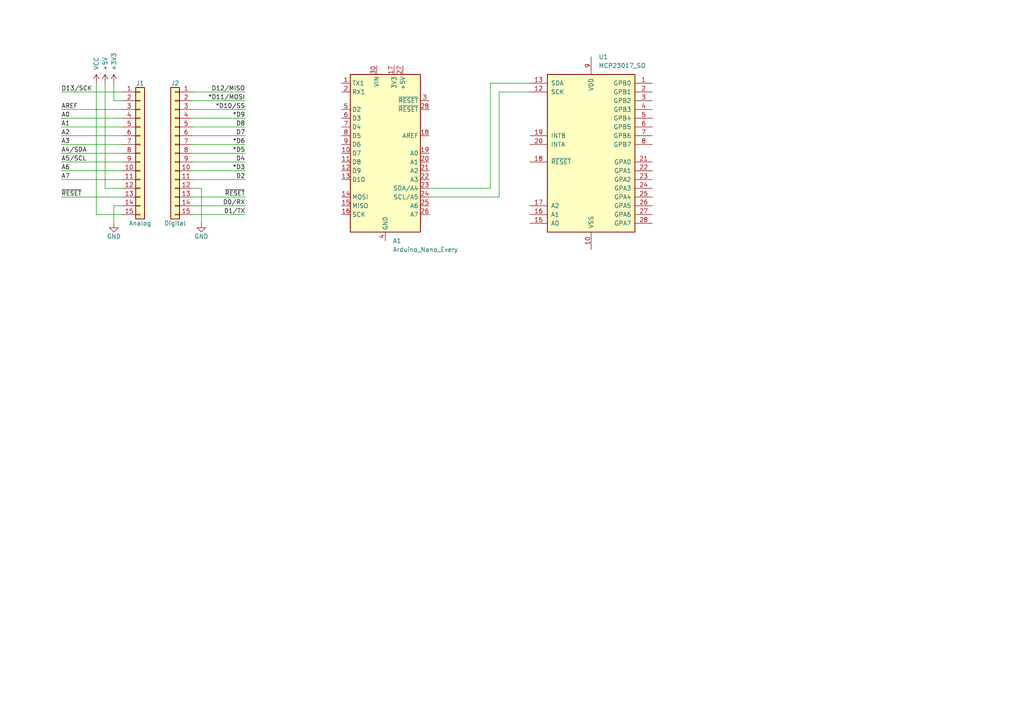
<source format=kicad_sch>
(kicad_sch (version 20250114) (generator "eeschema") (generator_version "9.0")
  (paper "A4")
  (title_block (date "sam. 04 avril 2015"))
  (lib_symbols
    (symbol "Connector_Generic:Conn_01x15" (pin_names (offset 1.016) (hide yes))
      (property "Reference" "J" (at 0 20.32 0))
      (property "Value" "Conn_01x15" (at 0 -20.32 0))
      (symbol "Conn_01x15_1_1"
        (rectangle (start -1.27 19.05) (end 1.27 -19.05) (stroke (width 0.254)) (fill (type background)))
        (rectangle (start -1.27 17.907) (end 0 17.653) (stroke (width 0.1524)))
        (rectangle (start -1.27 15.367) (end 0 15.113) (stroke (width 0.1524)))
        (rectangle (start -1.27 12.827) (end 0 12.573) (stroke (width 0.1524)))
        (rectangle (start -1.27 10.287) (end 0 10.033) (stroke (width 0.1524)))
        (rectangle (start -1.27 7.747) (end 0 7.493) (stroke (width 0.1524)))
        (rectangle (start -1.27 5.207) (end 0 4.953) (stroke (width 0.1524)))
        (rectangle (start -1.27 2.667) (end 0 2.413) (stroke (width 0.1524)))
        (rectangle (start -1.27 0.127) (end 0 -0.127) (stroke (width 0.1524)))
        (rectangle (start -1.27 -2.413) (end 0 -2.667) (stroke (width 0.1524)))
        (rectangle (start -1.27 -4.953) (end 0 -5.207) (stroke (width 0.1524)))
        (rectangle (start -1.27 -7.493) (end 0 -7.747) (stroke (width 0.1524)))
        (rectangle (start -1.27 -10.033) (end 0 -10.287) (stroke (width 0.1524)))
        (rectangle (start -1.27 -12.573) (end 0 -12.827) (stroke (width 0.1524)))
        (rectangle (start -1.27 -15.113) (end 0 -15.367) (stroke (width 0.1524)))
        (rectangle (start -1.27 -17.653) (end 0 -17.907) (stroke (width 0.1524)))
        (pin passive line (at -5.08 17.78 0) (length 3.81) (name "Pin_1") (number "1"))
        (pin passive line (at -5.08 15.24 0) (length 3.81) (name "Pin_2") (number "2"))
        (pin passive line (at -5.08 12.7 0) (length 3.81) (name "Pin_3") (number "3"))
        (pin passive line (at -5.08 10.16 0) (length 3.81) (name "Pin_4") (number "4"))
        (pin passive line (at -5.08 7.62 0) (length 3.81) (name "Pin_5") (number "5"))
        (pin passive line (at -5.08 5.08 0) (length 3.81) (name "Pin_6") (number "6"))
        (pin passive line (at -5.08 2.54 0) (length 3.81) (name "Pin_7") (number "7"))
        (pin passive line (at -5.08 0 0) (length 3.81) (name "Pin_8") (number "8"))
        (pin passive line (at -5.08 -2.54 0) (length 3.81) (name "Pin_9") (number "9"))
        (pin passive line (at -5.08 -5.08 0) (length 3.81) (name "Pin_10") (number "10"))
        (pin passive line (at -5.08 -7.62 0) (length 3.81) (name "Pin_11") (number "11"))
        (pin passive line (at -5.08 -10.16 0) (length 3.81) (name "Pin_12") (number "12"))
        (pin passive line (at -5.08 -12.7 0) (length 3.81) (name "Pin_13") (number "13"))
        (pin passive line (at -5.08 -15.24 0) (length 3.81) (name "Pin_14") (number "14"))
        (pin passive line (at -5.08 -17.78 0) (length 3.81) (name "Pin_15") (number "15"))
      )
    )
    (symbol "Interface_Expansion:MCP23017_SO" (pin_names (offset 1.016))
      (property "Reference" "U" (at -11.43 24.13 0))
      (property "Value" "MCP23017_SO" (at 0 0 0))
      (symbol "MCP23017_SO_0_1"
        (rectangle (start -12.7 22.86) (end 12.7 -22.86) (stroke (width 0.254)) (fill (type background)))
      )
      (symbol "MCP23017_SO_1_1"
        (pin bidirectional line (at -17.78 20.32 0) (length 5.08) (name "SDA") (number "13"))
        (pin input line (at -17.78 17.78 0) (length 5.08) (name "SCK") (number "12"))
        (pin tri_state line (at -17.78 5.08 0) (length 5.08) (name "INTB") (number "19"))
        (pin tri_state line (at -17.78 2.54 0) (length 5.08) (name "INTA") (number "20"))
        (pin input line (at -17.78 -2.54 0) (length 5.08) (name "~{RESET}") (number "18"))
        (pin input line (at -17.78 -15.24 0) (length 5.08) (name "A2") (number "17"))
        (pin input line (at -17.78 -17.78 0) (length 5.08) (name "A1") (number "16"))
        (pin input line (at -17.78 -20.32 0) (length 5.08) (name "A0") (number "15"))
        (pin no_connect line (at -12.7 15.24 0) (length 5.08) (hide yes) (name "NC") (number "11"))
        (pin no_connect line (at -12.7 12.7 0) (length 5.08) (hide yes) (name "NC") (number "14"))
        (pin power_in line (at 0 27.94 270) (length 5.08) (name "VDD") (number "9"))
        (pin power_in line (at 0 -27.94 90) (length 5.08) (name "VSS") (number "10"))
        (pin bidirectional line (at 17.78 20.32 180) (length 5.08) (name "GPB0") (number "1"))
        (pin bidirectional line (at 17.78 17.78 180) (length 5.08) (name "GPB1") (number "2"))
        (pin bidirectional line (at 17.78 15.24 180) (length 5.08) (name "GPB2") (number "3"))
        (pin bidirectional line (at 17.78 12.7 180) (length 5.08) (name "GPB3") (number "4"))
        (pin bidirectional line (at 17.78 10.16 180) (length 5.08) (name "GPB4") (number "5"))
        (pin bidirectional line (at 17.78 7.62 180) (length 5.08) (name "GPB5") (number "6"))
        (pin bidirectional line (at 17.78 5.08 180) (length 5.08) (name "GPB6") (number "7"))
        (pin output line (at 17.78 2.54 180) (length 5.08) (name "GPB7") (number "8"))
        (pin bidirectional line (at 17.78 -2.54 180) (length 5.08) (name "GPA0") (number "21"))
        (pin bidirectional line (at 17.78 -5.08 180) (length 5.08) (name "GPA1") (number "22"))
        (pin bidirectional line (at 17.78 -7.62 180) (length 5.08) (name "GPA2") (number "23"))
        (pin bidirectional line (at 17.78 -10.16 180) (length 5.08) (name "GPA3") (number "24"))
        (pin bidirectional line (at 17.78 -12.7 180) (length 5.08) (name "GPA4") (number "25"))
        (pin bidirectional line (at 17.78 -15.24 180) (length 5.08) (name "GPA5") (number "26"))
        (pin bidirectional line (at 17.78 -17.78 180) (length 5.08) (name "GPA6") (number "27"))
        (pin output line (at 17.78 -20.32 180) (length 5.08) (name "GPA7") (number "28"))
      )
    )
    (symbol "MCU_Module:Arduino_Nano_Every"
      (property "Reference" "A" (at -10.16 23.495 0))
      (property "Value" "Arduino_Nano_Every" (at 5.08 -24.13 0))
      (symbol "Arduino_Nano_Every_0_1"
        (rectangle (start -10.16 22.86) (end 10.16 -22.86) (stroke (width 0.254)) (fill (type background)))
      )
      (symbol "Arduino_Nano_Every_1_1"
        (pin bidirectional line (at -12.7 20.32 0) (length 2.54) (name "TX1") (number "1"))
        (pin bidirectional line (at -12.7 17.78 0) (length 2.54) (name "RX1") (number "2"))
        (pin bidirectional line (at -12.7 12.7 0) (length 2.54) (name "D2") (number "5"))
        (pin bidirectional line (at -12.7 10.16 0) (length 2.54) (name "D3") (number "6"))
        (pin bidirectional line (at -12.7 7.62 0) (length 2.54) (name "D4") (number "7"))
        (pin bidirectional line (at -12.7 5.08 0) (length 2.54) (name "D5") (number "8"))
        (pin bidirectional line (at -12.7 2.54 0) (length 2.54) (name "D6") (number "9"))
        (pin bidirectional line (at -12.7 0 0) (length 2.54) (name "D7") (number "10"))
        (pin bidirectional line (at -12.7 -2.54 0) (length 2.54) (name "D8") (number "11"))
        (pin bidirectional line (at -12.7 -5.08 0) (length 2.54) (name "D9") (number "12"))
        (pin bidirectional line (at -12.7 -7.62 0) (length 2.54) (name "D10") (number "13"))
        (pin bidirectional line (at -12.7 -12.7 0) (length 2.54) (name "MOSI") (number "14"))
        (pin bidirectional line (at -12.7 -15.24 0) (length 2.54) (name "MISO") (number "15"))
        (pin bidirectional line (at -12.7 -17.78 0) (length 2.54) (name "SCK") (number "16"))
        (pin power_in line (at -2.54 25.4 270) (length 2.54) (name "VIN") (number "30"))
        (pin passive line (at 0 -25.4 90) (length 2.54) (hide yes) (name "GND") (number "29"))
        (pin power_in line (at 0 -25.4 90) (length 2.54) (name "GND") (number "4"))
        (pin power_out line (at 2.54 25.4 270) (length 2.54) (name "3V3") (number "17"))
        (pin power_out line (at 5.08 25.4 270) (length 2.54) (name "+5V") (number "27"))
        (pin input line (at 12.7 15.24 180) (length 2.54) (name "~{RESET}") (number "3"))
        (pin input line (at 12.7 12.7 180) (length 2.54) (name "~{RESET}") (number "28"))
        (pin input line (at 12.7 5.08 180) (length 2.54) (name "AREF") (number "18"))
        (pin bidirectional line (at 12.7 0 180) (length 2.54) (name "A0") (number "19"))
        (pin bidirectional line (at 12.7 -2.54 180) (length 2.54) (name "A1") (number "20"))
        (pin bidirectional line (at 12.7 -5.08 180) (length 2.54) (name "A2") (number "21"))
        (pin bidirectional line (at 12.7 -7.62 180) (length 2.54) (name "A3") (number "22"))
        (pin bidirectional line (at 12.7 -10.16 180) (length 2.54) (name "SDA/A4") (number "23"))
        (pin bidirectional line (at 12.7 -12.7 180) (length 2.54) (name "SCL/A5") (number "24"))
        (pin bidirectional line (at 12.7 -15.24 180) (length 2.54) (name "A6") (number "25"))
        (pin bidirectional line (at 12.7 -17.78 180) (length 2.54) (name "A7") (number "26"))
      )
    )
    (symbol "power:+3.3V" (power) (pin_numbers (hide yes)) (pin_names (offset 0) (hide yes))
      (property "Value" "+3.3V" (at 0 3.556 0))
      (symbol "+3.3V_0_1"
        (polyline (pts (xy -0.762 1.27) (xy 0 2.54)))
        (polyline (pts (xy 0 2.54) (xy 0.762 1.27)))
        (polyline (pts (xy 0 0) (xy 0 2.54)))
      )
      (symbol "+3.3V_1_1"
        (pin power_in line (at 0 0 90) (length 0) (name "~") (number "1"))
      )
    )
    (symbol "power:+5V" (power) (pin_numbers (hide yes)) (pin_names (offset 0) (hide yes))
      (property "Value" "+5V" (at 0 3.556 0))
      (symbol "+5V_0_1"
        (polyline (pts (xy -0.762 1.27) (xy 0 2.54)))
        (polyline (pts (xy 0 2.54) (xy 0.762 1.27)))
        (polyline (pts (xy 0 0) (xy 0 2.54)))
      )
      (symbol "+5V_1_1"
        (pin power_in line (at 0 0 90) (length 0) (name "~") (number "1"))
      )
    )
    (symbol "power:GND" (power) (pin_numbers (hide yes)) (pin_names (offset 0) (hide yes))
      (property "Value" "GND" (at 0 -3.81 0))
      (symbol "GND_0_1"
        (polyline (pts (xy 0 0) (xy 0 -1.27) (xy 1.27 -1.27) (xy 0 -2.54) (xy -1.27 -1.27) (xy 0 -1.27)))
      )
      (symbol "GND_1_1"
        (pin power_in line (at 0 0 270) (length 0) (name "~") (number "1"))
      )
    )
    (symbol "power:VCC" (power) (pin_numbers (hide yes)) (pin_names (offset 0) (hide yes))
      (property "Value" "VCC" (at 0 3.556 0))
      (symbol "VCC_0_1"
        (polyline (pts (xy -0.762 1.27) (xy 0 2.54)))
        (polyline (pts (xy 0 2.54) (xy 0.762 1.27)))
        (polyline (pts (xy 0 0) (xy 0 2.54)))
      )
      (symbol "VCC_1_1"
        (pin power_in line (at 0 0 90) (length 0) (name "~") (number "1"))
      )
    )
  )
  (wire (pts (xy 55.88 59.69) (xy 71.12 59.69)))
  (wire (pts (xy 35.56 29.21) (xy 33.02 29.21)))
  (wire (pts (xy 153.67 26.67) (xy 144.78 26.67)))
  (wire (pts (xy 17.78 39.37) (xy 35.56 39.37)))
  (wire (pts (xy 17.78 44.45) (xy 35.56 44.45)))
  (wire (pts (xy 30.48 24.13) (xy 30.48 54.61)))
  (wire (pts (xy 35.56 54.61) (xy 30.48 54.61)))
  (wire (pts (xy 124.46 54.61) (xy 142.24 54.61)))
  (wire (pts (xy 17.78 41.91) (xy 35.56 41.91)))
  (wire (pts (xy 55.88 31.75) (xy 71.12 31.75)))
  (wire (pts (xy 142.24 24.13) (xy 153.67 24.13)))
  (wire (pts (xy 55.88 36.83) (xy 71.12 36.83)))
  (wire (pts (xy 55.88 39.37) (xy 71.12 39.37)))
  (wire (pts (xy 142.24 54.61) (xy 142.24 24.13)))
  (wire (pts (xy 55.88 52.07) (xy 71.12 52.07)))
  (wire (pts (xy 17.78 31.75) (xy 35.56 31.75)))
  (wire (pts (xy 55.88 44.45) (xy 71.12 44.45)))
  (wire (pts (xy 33.02 24.13) (xy 33.02 29.21)))
  (wire (pts (xy 55.88 54.61) (xy 58.42 54.61)))
  (wire (pts (xy 55.88 26.67) (xy 71.12 26.67)))
  (wire (pts (xy 27.94 24.13) (xy 27.94 62.23)))
  (wire (pts (xy 35.56 62.23) (xy 27.94 62.23)))
  (wire (pts (xy 144.78 26.67) (xy 144.78 57.15)))
  (wire (pts (xy 17.78 57.15) (xy 35.56 57.15)))
  (wire (pts (xy 55.88 41.91) (xy 71.12 41.91)))
  (wire (pts (xy 144.78 57.15) (xy 124.46 57.15)))
  (wire (pts (xy 55.88 46.99) (xy 71.12 46.99)))
  (wire (pts (xy 17.78 34.29) (xy 35.56 34.29)))
  (wire (pts (xy 17.78 26.67) (xy 35.56 26.67)))
  (wire (pts (xy 55.88 49.53) (xy 71.12 49.53)))
  (wire (pts (xy 17.78 52.07) (xy 35.56 52.07)))
  (wire (pts (xy 17.78 46.99) (xy 35.56 46.99)))
  (wire (pts (xy 55.88 34.29) (xy 71.12 34.29)))
  (wire (pts (xy 55.88 57.15) (xy 71.12 57.15)))
  (wire (pts (xy 58.42 54.61) (xy 58.42 64.77)))
  (wire (pts (xy 55.88 62.23) (xy 71.12 62.23)))
  (wire (pts (xy 17.78 49.53) (xy 35.56 49.53)))
  (wire (pts (xy 33.02 59.69) (xy 33.02 64.77)))
  (wire (pts (xy 35.56 59.69) (xy 33.02 59.69)))
  (wire (pts (xy 17.78 36.83) (xy 35.56 36.83)))
  (wire (pts (xy 55.88 29.21) (xy 71.12 29.21)))
  (label "D4" (at 71.12 46.99 180))
  (label "*D5" (at 71.12 44.45 180))
  (label "A2" (at 17.78 39.37 0))
  (label "D7" (at 71.12 39.37 180))
  (label "D13{slash}SCK" (at 17.78 26.67 0))
  (label "A7" (at 17.78 52.07 0))
  (label "*D6" (at 71.12 41.91 180))
  (label "*D11{slash}MOSI" (at 71.12 29.21 180))
  (label "A1" (at 17.78 36.83 0))
  (label "A4{slash}SDA" (at 17.78 44.45 0))
  (label "A5{slash}SCL" (at 17.78 46.99 0))
  (label "A3" (at 17.78 41.91 0))
  (label "~{RESET}" (at 71.12 57.15 180))
  (label "~{RESET}" (at 17.78 57.15 0))
  (label "A6" (at 17.78 49.53 0))
  (label "A0" (at 17.78 34.29 0))
  (label "*D9" (at 71.12 34.29 180))
  (label "*D3" (at 71.12 49.53 180))
  (label "D2" (at 71.12 52.07 180))
  (label "D8" (at 71.12 36.83 180))
  (label "D1{slash}TX" (at 71.12 62.23 180))
  (label "D0{slash}RX" (at 71.12 59.69 180))
  (label "AREF" (at 17.78 31.75 0))
  (label "*D10{slash}SS" (at 71.12 31.75 180))
  (label "D12{slash}MISO" (at 71.12 26.67 180))
  (symbol (lib_id "Connector_Generic:Conn_01x15") (at 40.64 44.45 0) (unit 1)
    (property "Reference" "J1" (at 40.64 24.13 0))
    (property "Value" "Analog" (at 40.64 64.77 0))
    (property "Footprint" "Connector_PinHeader_2.54mm:PinHeader_1x15_P2.54mm_Vertical" (effects (hide yes)))
    (property "Description" "Generic connector, single row, 01x15, script generated (kicad-library-utils/schlib/autogen/connector/)" (effects (hide yes)))
  )
  (symbol (lib_id "Connector_Generic:Conn_01x15") (at 50.8 44.45 0) (mirror y) (unit 1)
    (property "Reference" "J2" (at 50.8 24.13 0))
    (property "Value" "Digital" (at 50.8 64.77 0))
    (property "Footprint" "Connector_PinHeader_2.54mm:PinHeader_1x15_P2.54mm_Vertical" (effects (hide yes)))
    (property "Description" "Generic connector, single row, 01x15, script generated (kicad-library-utils/schlib/autogen/connector/)" (effects (hide yes)))
  )
  (symbol (lib_id "MCU_Module:Arduino_Nano_Every") (at 111.76 44.45 0) (unit 1)
    (property "Reference" "A1" (at 113.9033 69.85 0) (effects (justify left)))
    (property "Value" "Arduino_Nano_Every" (at 113.9033 72.39 0) (effects (justify left)))
    (property "Footprint" "Module:Arduino_Nano" (effects (hide yes)))
    (property "Datasheet" "https://content.arduino.cc/assets/NANOEveryV3.0_sch.pdf" (effects (hide yes)))
    (property "Description" "Arduino Nano Every" (effects (hide yes)))
  )
  (symbol (lib_id "power:+5V") (at 30.48 24.13 0) (unit 1)
    (property "Reference" "#PWR0103" (effects (hide yes)))
    (property "Value" "+5V" (at 30.48 20.574 90) (effects (justify left)))
    (property "Description" "Power symbol creates a global label with name \"+5V\"" (effects (hide yes)))
  )
  (symbol (lib_id "power:+3.3V") (at 33.02 24.13 0) (unit 1)
    (property "Reference" "#PWR0102" (effects (hide yes)))
    (property "Value" "+3V3" (at 33.02 20.574 90) (effects (justify left)))
    (property "Description" "Power symbol creates a global label with name \"+3.3V\"" (effects (hide yes)))
  )
  (symbol (lib_id "Interface_Expansion:MCP23017_SO") (at 171.45 44.45 0) (unit 1)
    (property "Reference" "U1" (at 173.5933 16.51 0) (effects (justify left)))
    (property "Value" "MCP23017_SO" (at 173.5933 19.05 0) (effects (justify left)))
    (property "Footprint" "Package_SO:SOIC-28W_7.5x17.9mm_P1.27mm" (effects (hide yes)))
    (property "Datasheet" "https://ww1.microchip.com/downloads/aemDocuments/documents/APID/ProductDocuments/DataSheets/MCP23017-Data-Sheet-DS20001952.pdf" (effects (hide yes)))
    (property "Description" "16-bit I/O expander, I2C, interrupts, w pull-ups, GPA/B7 output only (https://microchip.my.site.com/s/article/GPA7---GPB7-Cannot-Be-Used-as-Inputs-In-MCP23017),  SOIC-28" (effects (hide yes)))
  )
  (symbol (lib_id "power:VCC") (at 27.94 24.13 0) (unit 1)
    (property "Reference" "#PWR0101" (effects (hide yes)))
    (property "Value" "VCC" (at 27.94 20.32 90) (effects (justify left)))
    (property "Description" "Power symbol creates a global label with name \"VCC\"" (effects (hide yes)))
  )
  (symbol (lib_id "power:GND") (at 58.42 64.77 0) (unit 1)
    (property "Reference" "#PWR0105" (effects (hide yes)))
    (property "Value" "GND" (at 58.42 68.58 0))
    (property "Description" "Power symbol creates a global label with name \"GND\" , ground" (effects (hide yes)))
  )
  (symbol (lib_id "power:GND") (at 33.02 64.77 0) (unit 1)
    (property "Reference" "#PWR0104" (effects (hide yes)))
    (property "Value" "GND" (at 33.02 68.58 0))
    (property "Description" "Power symbol creates a global label with name \"GND\" , ground" (effects (hide yes)))
  )
)
</source>
